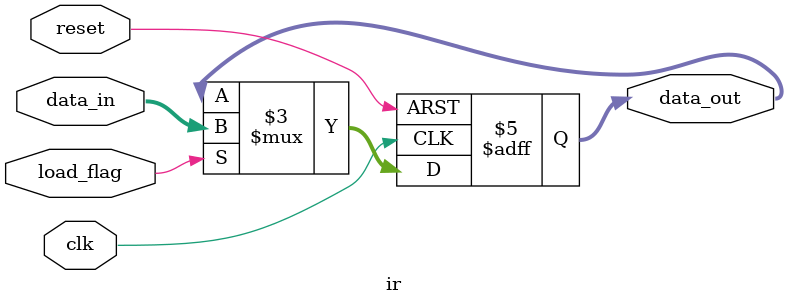
<source format=sv>
module ir(
    input  logic [7:0] data_in,    // 输入数据
    input  logic       clk,        // 时钟信号
    input  logic       reset,      // 复位信号，高电平有效
    input  logic       load_flag,  // 加载控制信号
    output logic [7:0] data_out    // 输出数据
);

    always @(posedge clk or posedge reset)
        if (reset)
            data_out <= 8'b0;      // 复位时，输出清零
        else if (load_flag)
            data_out <= data_in;   // 加载输入数据到输出
        else
            data_out <= data_out;  // 保持当前值

endmodule

</source>
